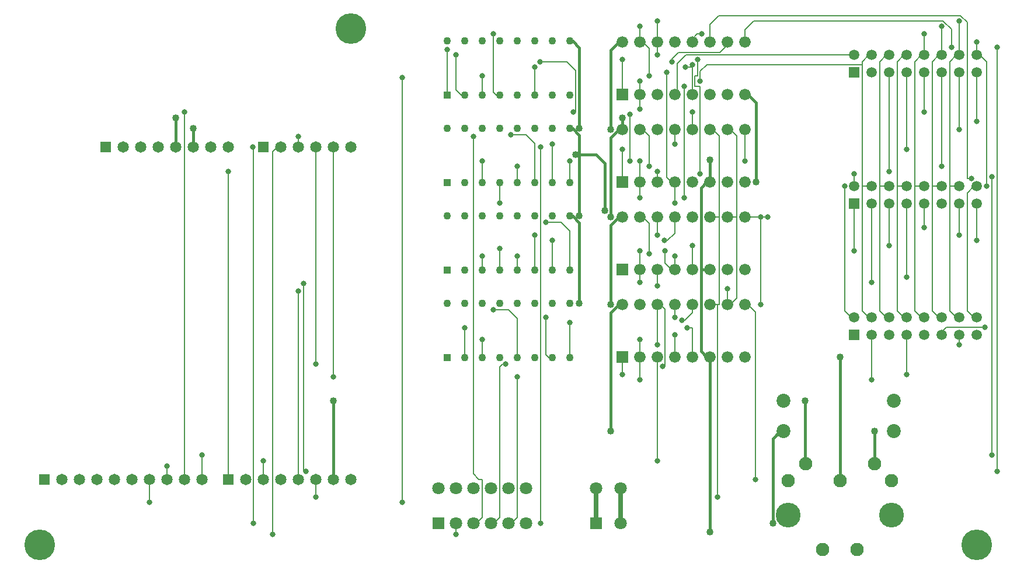
<source format=gbr>
G04 EasyPC Gerber Version 21.0.3 Build 4286 *
%FSLAX35Y35*%
%MOIN*%
%ADD18R,0.04283X0.04283*%
%ADD70R,0.05945X0.05945*%
%ADD85R,0.06496X0.06496*%
%ADD16R,0.06600X0.06600*%
%ADD94R,0.07087X0.07087*%
%ADD87C,0.00800*%
%ADD88C,0.01500*%
%ADD26C,0.02500*%
%ADD24C,0.03200*%
%ADD25C,0.04000*%
%ADD19C,0.04283*%
%ADD71C,0.05945*%
%ADD86C,0.06496*%
%ADD17C,0.06600*%
%ADD95C,0.07087*%
%ADD82C,0.07677*%
%ADD84C,0.07972*%
%ADD83C,0.14173*%
%ADD100C,0.17500*%
X0Y0D02*
D02*
D16*
X355250Y130250D03*
Y180250D03*
Y230250D03*
Y280250D03*
D02*
D17*
Y160250D03*
Y210250D03*
Y260250D03*
Y310250D03*
X365250Y130250D03*
Y160250D03*
Y180250D03*
Y210250D03*
Y230250D03*
Y260250D03*
Y280250D03*
Y310250D03*
X375250Y130250D03*
Y160250D03*
Y180250D03*
Y210250D03*
Y230250D03*
Y260250D03*
Y280250D03*
Y310250D03*
X385250Y130250D03*
Y160250D03*
Y180250D03*
Y210250D03*
Y230250D03*
Y260250D03*
Y280250D03*
Y310250D03*
X395250Y130250D03*
Y160250D03*
Y180250D03*
Y210250D03*
Y230250D03*
Y260250D03*
Y280250D03*
Y310250D03*
X405250Y130250D03*
Y160250D03*
Y180250D03*
Y210250D03*
Y230250D03*
Y260250D03*
Y280250D03*
Y310250D03*
X415250Y130250D03*
Y160250D03*
Y180250D03*
Y210250D03*
Y230250D03*
Y260250D03*
Y280250D03*
Y310250D03*
X425250Y130250D03*
Y160250D03*
Y180250D03*
Y210250D03*
Y230250D03*
Y260250D03*
Y280250D03*
Y310250D03*
D02*
D18*
X255250Y129758D03*
Y179758D03*
Y229758D03*
Y279758D03*
D02*
D19*
Y160742D03*
Y210742D03*
Y260742D03*
Y310742D03*
X265250Y129758D03*
Y160742D03*
Y179758D03*
Y210742D03*
Y229758D03*
Y260742D03*
Y279758D03*
Y310742D03*
X275250Y129758D03*
Y160742D03*
Y179758D03*
Y210742D03*
Y229758D03*
Y260742D03*
Y279758D03*
Y310742D03*
X285250Y129758D03*
Y160742D03*
Y179758D03*
Y210742D03*
Y229758D03*
Y260742D03*
Y279758D03*
Y310742D03*
X295250Y129758D03*
Y160742D03*
Y179758D03*
Y210742D03*
Y229758D03*
Y260742D03*
Y279758D03*
Y310742D03*
X305250Y129758D03*
Y160742D03*
Y179758D03*
Y210742D03*
Y229758D03*
Y260742D03*
Y279758D03*
Y310742D03*
X315250Y129758D03*
Y160742D03*
Y179758D03*
Y210742D03*
Y229758D03*
Y260742D03*
Y279758D03*
Y310742D03*
X325250Y129758D03*
Y160742D03*
Y179758D03*
Y210742D03*
Y229758D03*
Y260742D03*
Y279758D03*
Y310742D03*
D02*
D70*
X487750Y142750D03*
Y217750D03*
Y292750D03*
D02*
D71*
Y152750D03*
Y227750D03*
Y302750D03*
X497750Y142750D03*
Y152750D03*
Y217750D03*
Y227750D03*
Y292750D03*
Y302750D03*
X507750Y142750D03*
Y152750D03*
Y217750D03*
Y227750D03*
Y292750D03*
Y302750D03*
X517750Y142750D03*
Y152750D03*
Y217750D03*
Y227750D03*
Y292750D03*
Y302750D03*
X527750Y142750D03*
Y152750D03*
Y217750D03*
Y227750D03*
Y292750D03*
Y302750D03*
X537750Y142750D03*
Y152750D03*
Y217750D03*
Y227750D03*
Y292750D03*
Y302750D03*
X547750Y142750D03*
Y152750D03*
Y217750D03*
Y227750D03*
Y292750D03*
Y302750D03*
X557750Y142750D03*
Y152750D03*
Y217750D03*
Y227750D03*
Y292750D03*
Y302750D03*
D02*
D24*
X85250Y47250D03*
X95250Y67750D03*
X105250Y270250D03*
X115250Y74250D03*
X130250Y236250D03*
X144250Y250250D03*
X144750Y35250D03*
X150250Y70750D03*
X155750Y28750D03*
X170250Y167750D03*
Y256250D03*
X173250Y172250D03*
X174750Y64750D03*
X180250Y50250D03*
Y126250D03*
X190250Y118750D03*
X229750Y47250D03*
Y289750D03*
X255250Y305750D03*
X260250Y28750D03*
Y302750D03*
X265250Y146750D03*
X270250Y256250D03*
X275250Y140250D03*
Y187750D03*
Y242250D03*
Y290750D03*
X281750Y157250D03*
Y314750D03*
X285250Y192250D03*
Y218250D03*
X288750Y126250D03*
X291750Y257250D03*
X295250Y118750D03*
Y187750D03*
Y239250D03*
X305250Y199750D03*
Y295750D03*
X308250Y298750D03*
X308750Y35250D03*
Y250250D03*
X311750Y152750D03*
Y207250D03*
X315250Y196750D03*
Y251750D03*
X325250Y149750D03*
Y242250D03*
X327250Y270250D03*
X355250Y120250D03*
Y248750D03*
Y300250D03*
X359750Y242250D03*
Y268750D03*
X365250Y117250D03*
Y140250D03*
Y172750D03*
Y190750D03*
Y221250D03*
Y242250D03*
Y271750D03*
Y287750D03*
Y319250D03*
X370750Y189250D03*
Y239250D03*
Y290750D03*
X375250Y70750D03*
Y137250D03*
Y170750D03*
Y199750D03*
Y236250D03*
Y302750D03*
Y322250D03*
X378250Y124750D03*
X379250Y196750D03*
X379750Y190750D03*
X380750Y292750D03*
X383750Y298750D03*
X385250Y142750D03*
Y152750D03*
Y187750D03*
Y218250D03*
Y251750D03*
X389250Y151250D03*
X390750Y221250D03*
Y284750D03*
X391250Y295750D03*
X392250Y146750D03*
X395250Y193750D03*
Y270250D03*
Y297250D03*
X398250Y300250D03*
X399750Y234750D03*
Y287750D03*
X400750Y314750D03*
X409750Y50250D03*
X415250Y169250D03*
X425250Y242250D03*
X431250Y60250D03*
X434250Y160250D03*
Y210250D03*
X438250D03*
X482250Y227750D03*
X487750Y190750D03*
Y234750D03*
Y302750D03*
X497750Y117250D03*
Y172750D03*
X507750Y193750D03*
Y236250D03*
X517750Y120250D03*
Y175750D03*
Y248750D03*
X527750Y204250D03*
Y270250D03*
Y314750D03*
X537750Y239250D03*
Y319250D03*
X543250Y307250D03*
X547750Y137250D03*
Y199750D03*
Y260250D03*
Y322250D03*
X554750Y232250D03*
X557750Y196750D03*
Y264750D03*
Y310250D03*
X562250Y147250D03*
X563250Y227750D03*
X566250Y74250D03*
Y233250D03*
X569250Y64750D03*
Y307250D03*
D02*
D25*
X100250Y266750D03*
X110250Y260750D03*
X190250Y105250D03*
X328750Y245750D03*
X330750Y160750D03*
Y210750D03*
Y260750D03*
X345250Y213750D03*
X348750Y87750D03*
Y160250D03*
Y210250D03*
Y260250D03*
X355250Y266750D03*
X405250Y30250D03*
Y242750D03*
X431750Y230250D03*
X441250Y35250D03*
X459750Y105250D03*
X479750Y130250D03*
X499250Y87750D03*
D02*
D26*
X340250Y35250D02*
Y55250D01*
X354250D02*
Y35250D01*
D02*
D82*
X450093Y59463D03*
X459935Y69305D03*
X469778Y20093D03*
X479620Y59463D03*
X489463Y20093D03*
X499305Y69305D03*
X509148Y59463D03*
D02*
D83*
X450093Y39778D03*
X509148D03*
D02*
D84*
X447258Y87750D03*
Y105250D03*
X510250Y87750D03*
Y105250D03*
D02*
D85*
X25250Y60250D03*
X60250Y250250D03*
X130250Y60250D03*
X150250Y250250D03*
D02*
D86*
X35250Y60250D03*
X45250D03*
X55250D03*
X65250D03*
X70250Y250250D03*
X75250Y60250D03*
X80250Y250250D03*
X85250Y60250D03*
X90250Y250250D03*
X95250Y60250D03*
X100250Y250250D03*
X105250Y60250D03*
X110250Y250250D03*
X115250Y60250D03*
X120250Y250250D03*
X130250D03*
X140250Y60250D03*
X150250D03*
X160250D03*
Y250250D03*
X170250Y60250D03*
Y250250D03*
X180250Y60250D03*
Y250250D03*
X190250Y60250D03*
Y250250D03*
X200250Y60250D03*
Y250250D03*
D02*
D87*
X85250Y47250D02*
Y60250D01*
X95250Y67750D02*
Y60250D01*
X105250Y270250D02*
Y60250D01*
X115250Y74250D02*
Y60250D01*
X130250Y236250D02*
Y60250D01*
X144250Y250250D02*
X144750D01*
Y35250*
X150250Y70750D02*
Y60250D01*
X155750Y28750D02*
Y247518D01*
X158482Y250250*
X160250*
X170250Y167750D02*
Y60250D01*
Y256250D02*
Y250250D01*
X173250Y172250D02*
Y64750D01*
X174750*
X180250Y50250D02*
Y60250D01*
Y126250D02*
Y250250D01*
X190250Y118750D02*
Y250250D01*
X229750Y289750D02*
Y47250D01*
X255250Y305750D02*
Y279758D01*
X260250Y28750D02*
Y35250D01*
Y302750D02*
Y282990D01*
X263482Y279758*
X265250*
Y146750D02*
Y129758D01*
X270250Y256250D02*
Y63482D01*
X273482Y60250*
X275250*
Y38482*
X272018Y35250*
X270250*
X275250Y140250D02*
Y129758D01*
Y187750D02*
Y179758D01*
Y242250D02*
Y229758D01*
Y290750D02*
Y279758D01*
X281750Y157250D02*
X290250D01*
X295250Y152250*
Y129758*
X281750Y314750D02*
Y281490D01*
X283482Y279758*
X285250*
Y192250D02*
Y179758D01*
Y218250D02*
Y229758D01*
X288750Y126250D02*
X286982D01*
X285250Y124518*
Y38482*
X282018Y35250*
X280250*
X291750Y257250D02*
X300250D01*
X305250Y252250*
Y229758*
X295250Y118750D02*
Y38482D01*
X292018Y35250*
X290250*
X295250Y187750D02*
Y179758D01*
Y239250D02*
Y229758D01*
X305250Y199750D02*
Y179758D01*
Y295750D02*
Y279758D01*
X308250Y298750D02*
X323750D01*
X328750Y293750*
Y270250*
X327250*
X308750Y35250D02*
Y250250D01*
X311750Y152750D02*
Y131490D01*
X313482Y129758*
X315250*
X311750Y207250D02*
X320250D01*
X325250Y202250*
Y179758*
X315250Y196750D02*
Y179758D01*
Y251750D02*
Y229758D01*
X325250Y149750D02*
Y129758D01*
Y242250D02*
Y229758D01*
X355250Y120250D02*
Y130250D01*
Y248750D02*
Y230250D01*
Y300250D02*
Y280250D01*
X359750Y268750D02*
Y242250D01*
X365250Y117250D02*
Y130250D01*
Y140250D02*
Y130250D01*
Y172750D02*
Y180250D01*
Y190750D02*
Y180250D01*
Y221250D02*
Y230250D01*
Y242250D02*
Y230250D01*
Y271750D02*
Y280250D01*
Y287750D02*
Y280250D01*
Y319250D02*
Y310250D01*
X370750Y189250D02*
Y206518D01*
X367018Y210250*
X365250*
X370750Y239250D02*
Y256518D01*
X367018Y260250*
X365250*
X370750Y290750D02*
Y306518D01*
X367018Y310250*
X365250*
X375250Y70750D02*
Y130250D01*
Y137250D02*
Y160250D01*
Y170750D02*
Y180250D01*
Y199750D02*
Y210250D01*
Y236250D02*
Y230250D01*
Y302750D02*
Y310250D01*
Y322250D02*
Y310250D01*
X378250Y124750D02*
X379750D01*
Y157518*
X377018Y160250*
X375250*
X379250Y196750D02*
X381018D01*
X385250Y200982*
Y210250*
X379750Y190750D02*
Y183982D01*
X383482Y180250*
X385250*
X380750Y292750D02*
Y232982D01*
X383482Y230250*
X385250*
X383750Y298750D02*
Y300518D01*
X387482Y304250*
X411018*
X415250Y308482*
Y310250*
X385250Y142750D02*
Y130250D01*
Y152750D02*
Y160250D01*
Y187750D02*
Y180250D01*
Y218250D02*
Y230250D01*
Y251750D02*
Y260250D01*
X389250Y151250D02*
X391018D01*
X395250Y155482*
Y160250*
X390750Y284750D02*
Y221250D01*
X392250Y146750D02*
X395250D01*
Y130250*
Y193750D02*
Y180250D01*
Y270250D02*
Y260250D01*
Y295750D02*
Y280250D01*
Y295750D02*
X391250D01*
X395250D02*
Y297250D01*
X398250Y300250D02*
Y290750D01*
X396750*
Y284750*
X399750*
Y234750*
X400750Y314750D02*
X397982D01*
X395250Y312018*
Y310250*
X409750Y160250D02*
X405250D01*
X409750D02*
Y50250D01*
X410750Y210250D02*
X405250D01*
X410750D02*
Y256518D01*
X407018Y260250*
X405250*
X410750Y210250D02*
Y160250D01*
X409750*
X415250Y169250D02*
Y160250D01*
X420750Y210250D02*
X415250D01*
X420750D02*
Y256518D01*
X417018Y260250*
X415250*
X420750Y210250D02*
Y163982D01*
X417018Y160250*
X415250*
X425250Y242250D02*
Y260250D01*
X431250Y60250D02*
Y156018D01*
X427018Y160250*
X425250*
X434250D02*
Y210250D01*
X438250D02*
X425250D01*
X482250Y227750D02*
Y156482D01*
X485982Y152750*
X487750*
Y190750D02*
Y217750D01*
Y234750D02*
Y227750D01*
Y302750D02*
X391750D01*
X386750Y297750*
Y280250*
X385250*
X492250Y227750D02*
X497750D01*
X492250D02*
Y156482D01*
X495982Y152750*
X497750*
X492250Y297250D02*
Y299018D01*
X495982Y302750*
X497750*
X492250Y297250D02*
X403616D01*
X399750Y293384*
Y287750*
X492250Y297250D02*
Y227750D01*
X497750Y117250D02*
Y142750D01*
Y172750D02*
Y217750D01*
X502250Y227750D02*
X507750D01*
X502250D02*
Y299018D01*
X505982Y302750*
X507750*
X502250Y227750D02*
Y156482D01*
X505982Y152750*
X507750*
Y193750D02*
Y217750D01*
Y236250D02*
Y292750D01*
X512250Y227750D02*
X517750D01*
X512250D02*
Y299018D01*
X515982Y302750*
X517750*
X512250Y227750D02*
Y156482D01*
X515982Y152750*
X517750*
Y120250D02*
Y142750D01*
Y175750D02*
Y217750D01*
Y248750D02*
Y292750D01*
X522250Y227750D02*
X527750D01*
X522250D02*
Y299018D01*
X525982Y302750*
X527750*
X522250Y227750D02*
Y156482D01*
X525982Y152750*
X527750*
Y204250D02*
Y217750D01*
Y270250D02*
Y292750D01*
Y314750D02*
Y302750D01*
X532250Y227750D02*
X537750D01*
X532250D02*
Y299018D01*
X535982Y302750*
X537750*
X532250Y227750D02*
Y156482D01*
X535982Y152750*
X537750*
Y239250D02*
Y292750D01*
Y319250D02*
Y302750D01*
X542250Y227750D02*
X547750D01*
X542250D02*
Y299018D01*
X545982Y302750*
X547750*
X542250Y227750D02*
Y156482D01*
X545982Y152750*
X547750*
X543250Y307250D02*
Y317569D01*
X538569Y322250*
X430250*
X425250Y317250*
Y310250*
X547750Y137250D02*
Y142750D01*
Y199750D02*
Y217750D01*
Y260250D02*
Y292750D01*
Y322250D02*
Y302750D01*
X554750Y232250D02*
X552250D01*
Y321570*
X548570Y325250*
X410250*
X405250Y320250*
Y310250*
X557750Y196750D02*
Y217750D01*
Y227750D02*
X555982D01*
X552250Y224018*
Y156482*
X555982Y152750*
X557750*
Y264750D02*
Y292750D01*
Y310250D02*
Y302750D01*
X562250Y147250D02*
X540482D01*
X537750Y144518*
Y142750*
X563250Y227750D02*
Y299018D01*
X559518Y302750*
X557750*
X566250Y233250D02*
Y74250D01*
X569250Y307250D02*
Y64750D01*
D02*
D88*
X100250Y266750D02*
Y250250D01*
X110250Y260750D02*
Y250250D01*
X190250Y105250D02*
Y60250D01*
X328750Y245750D02*
X340250D01*
X345250Y240750*
Y213750*
X330750Y160750D02*
Y207010D01*
X327018Y210742*
X325250*
X330750Y210750D02*
Y257010D01*
X327018Y260742*
X325250*
X330750Y260750D02*
Y307010D01*
X327018Y310742*
X325250*
X348750Y87750D02*
Y155518D01*
X353482Y160250*
X355250*
X348750D02*
Y205518D01*
X353482Y210250*
X355250*
X348750D02*
Y255518D01*
X353482Y260250*
X355250*
X348750D02*
Y305518D01*
X353482Y310250*
X355250*
Y266750D02*
Y260250D01*
X400250Y180250D02*
X405250D01*
X400250D02*
Y227018D01*
X403482Y230250*
X405250*
X400250Y180250D02*
Y133482D01*
X403482Y130250*
X405250*
Y30250D02*
Y130250D01*
Y242750D02*
Y230250D01*
X431750D02*
Y275518D01*
X427018Y280250*
X425250*
X441250Y35250D02*
Y83510D01*
X445490Y87750*
X447258*
X459750Y105250D02*
Y69305D01*
X459935*
X479750Y130250D02*
Y59463D01*
X479620*
X499250Y87750D02*
Y69305D01*
X499305*
D02*
D94*
X250250Y35250D03*
X340250D03*
D02*
D95*
X250250Y55250D03*
X260250Y35250D03*
Y55250D03*
X270250Y35250D03*
Y55250D03*
X280250Y35250D03*
Y55250D03*
X290250Y35250D03*
Y55250D03*
X300250Y35250D03*
Y55250D03*
X340250D03*
X354250Y35250D03*
Y55250D03*
D02*
D100*
X22750Y22750D03*
X200250Y317750D03*
X557750Y22750D03*
X0Y0D02*
M02*

</source>
